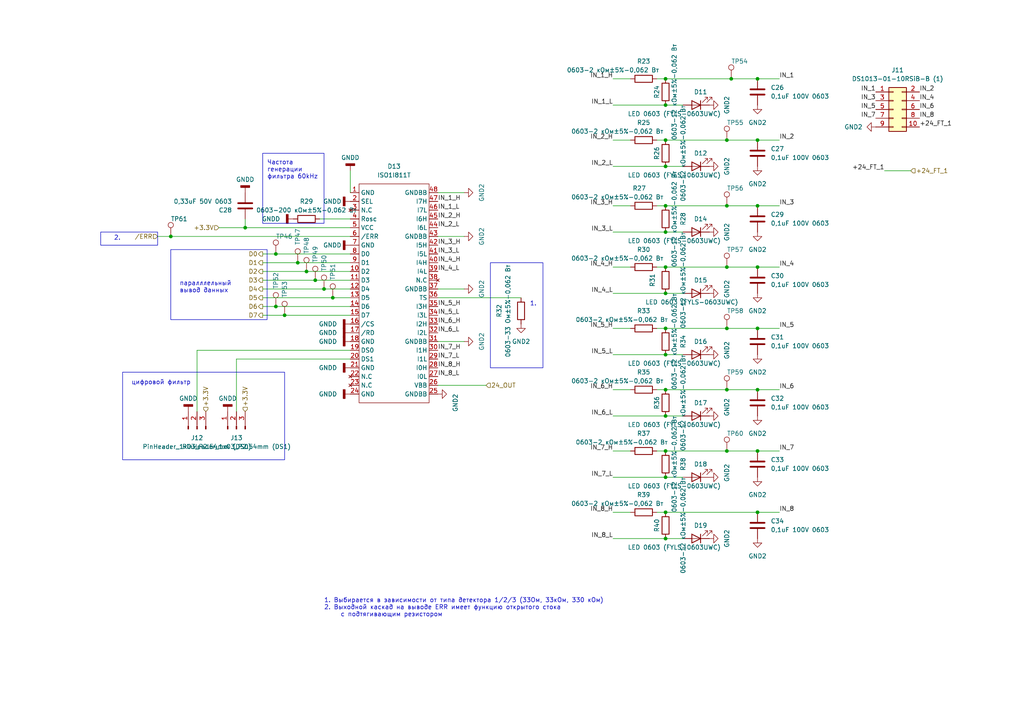
<source format=kicad_sch>
(kicad_sch (version 20231120) (generator "eeschema") (generator_version "8.0")
  (paper "A4")
  (lib_symbols
    (symbol "Connector:Conn_01x03_Pin" (pin_names (offset 1.016) hide)
      (property "Reference" "J" (at 0 5.08 0))
      (property "Value" "Conn_01x03_Pin" (at 0 -5.08 0))
      (symbol "Conn_01x03_Pin_1_1"
        (polyline (pts (xy 1.27 -2.54) (xy 0.8636 -2.54)) (stroke (width 0.1524)))
        (polyline (pts (xy 1.27 0) (xy 0.8636 0)) (stroke (width 0.1524)))
        (polyline (pts (xy 1.27 2.54) (xy 0.8636 2.54)) (stroke (width 0.1524)))
        (rectangle (start 0.8636 -2.413) (end 0 -2.667) (stroke (width 0.1524)) (fill (type outline)))
        (rectangle (start 0.8636 0.127) (end 0 -0.127) (stroke (width 0.1524)) (fill (type outline)))
        (rectangle (start 0.8636 2.667) (end 0 2.413) (stroke (width 0.1524)) (fill (type outline)))
        (pin passive line (at 5.08 2.54 180) (length 3.81) (name "Pin_1") (number "1"))
        (pin passive line (at 5.08 0 180) (length 3.81) (name "Pin_2") (number "2"))
        (pin passive line (at 5.08 -2.54 180) (length 3.81) (name "Pin_3") (number "3"))
      )
    )
    (symbol "Connector:TestPoint" (pin_numbers hide) (pin_names (offset 0.762) hide)
      (property "Reference" "TP" (at 0 6.858 0))
      (property "Value" "TestPoint" (at 0 5.08 0))
      (symbol "TestPoint_0_1"
        (circle (center 0 3.302) (radius 0.762))
      )
      (symbol "TestPoint_1_1"
        (pin passive line (at 0 0 90) (length 2.54) (name "1") (number "1"))
      )
    )
    (symbol "Connector_Generic:Conn_02x05_Odd_Even" (pin_names (offset 1.016) hide)
      (property "Reference" "J" (at 1.27 7.62 0))
      (property "Value" "Conn_02x05_Odd_Even" (at 1.27 -7.62 0))
      (symbol "Conn_02x05_Odd_Even_1_1"
        (rectangle (start -1.27 -4.953) (end 0 -5.207) (stroke (width 0.1524)))
        (rectangle (start -1.27 -2.413) (end 0 -2.667) (stroke (width 0.1524)))
        (rectangle (start -1.27 0.127) (end 0 -0.127) (stroke (width 0.1524)))
        (rectangle (start -1.27 2.667) (end 0 2.413) (stroke (width 0.1524)))
        (rectangle (start -1.27 5.207) (end 0 4.953) (stroke (width 0.1524)))
        (rectangle (start -1.27 6.35) (end 3.81 -6.35) (stroke (width 0.254)) (fill (type background)))
        (rectangle (start 3.81 -4.953) (end 2.54 -5.207) (stroke (width 0.1524)))
        (rectangle (start 3.81 -2.413) (end 2.54 -2.667) (stroke (width 0.1524)))
        (rectangle (start 3.81 0.127) (end 2.54 -0.127) (stroke (width 0.1524)))
        (rectangle (start 3.81 2.667) (end 2.54 2.413) (stroke (width 0.1524)))
        (rectangle (start 3.81 5.207) (end 2.54 4.953) (stroke (width 0.1524)))
        (pin passive line (at -5.08 5.08 0) (length 3.81) (name "Pin_1") (number "1"))
        (pin passive line (at 7.62 -5.08 180) (length 3.81) (name "Pin_10") (number "10"))
        (pin passive line (at 7.62 5.08 180) (length 3.81) (name "Pin_2") (number "2"))
        (pin passive line (at -5.08 2.54 0) (length 3.81) (name "Pin_3") (number "3"))
        (pin passive line (at 7.62 2.54 180) (length 3.81) (name "Pin_4") (number "4"))
        (pin passive line (at -5.08 0 0) (length 3.81) (name "Pin_5") (number "5"))
        (pin passive line (at 7.62 0 180) (length 3.81) (name "Pin_6") (number "6"))
        (pin passive line (at -5.08 -2.54 0) (length 3.81) (name "Pin_7") (number "7"))
        (pin passive line (at 7.62 -2.54 180) (length 3.81) (name "Pin_8") (number "8"))
        (pin passive line (at -5.08 -5.08 0) (length 3.81) (name "Pin_9") (number "9"))
      )
    )
    (symbol "Device:C" (pin_numbers hide) (pin_names (offset 0.254))
      (property "Reference" "C" (at 0.635 2.54 0))
      (property "Value" "C" (at 0.635 -2.54 0))
      (symbol "C_0_1"
        (polyline (pts (xy -2.032 -0.762) (xy 2.032 -0.762)) (stroke (width 0.508)))
        (polyline (pts (xy -2.032 0.762) (xy 2.032 0.762)) (stroke (width 0.508)))
      )
      (symbol "C_1_1"
        (pin passive line (at 0 3.81 270) (length 2.794) (name "~") (number "1"))
        (pin passive line (at 0 -3.81 90) (length 2.794) (name "~") (number "2"))
      )
    )
    (symbol "Device:LED" (pin_numbers hide) (pin_names (offset 1.016) hide)
      (property "Reference" "D" (at 0 2.54 0))
      (property "Value" "LED" (at 0 -2.54 0))
      (symbol "LED_0_1"
        (polyline (pts (xy -1.27 -1.27) (xy -1.27 1.27)) (stroke (width 0.254)))
        (polyline (pts (xy -1.27 0) (xy 1.27 0)))
        (polyline (pts (xy 1.27 -1.27) (xy 1.27 1.27) (xy -1.27 0) (xy 1.27 -1.27)) (stroke (width 0.254)))
        (polyline (pts (xy -3.048 -0.762) (xy -4.572 -2.286) (xy -3.81 -2.286) (xy -4.572 -2.286) (xy -4.572 -1.524)))
        (polyline (pts (xy -1.778 -0.762) (xy -3.302 -2.286) (xy -2.54 -2.286) (xy -3.302 -2.286) (xy -3.302 -1.524)))
      )
      (symbol "LED_1_1"
        (pin passive line (at -3.81 0 0) (length 2.54) (name "K") (number "1"))
        (pin passive line (at 3.81 0 180) (length 2.54) (name "A") (number "2"))
      )
    )
    (symbol "Device:R" (pin_numbers hide) (pin_names (offset 0))
      (property "Reference" "R" (at 2.032 0 90))
      (property "Value" "R" (at 0 0 90))
      (symbol "R_0_1"
        (rectangle (start -1.016 -2.54) (end 1.016 2.54) (stroke (width 0.254)))
      )
      (symbol "R_1_1"
        (pin passive line (at 0 3.81 270) (length 1.27) (name "~") (number "1"))
        (pin passive line (at 0 -3.81 90) (length 1.27) (name "~") (number "2"))
      )
    )
    (symbol "Isolator:ISO1I811T"
      (property "Reference" "D" (at -0.635 3.81 0))
      (property "Value" "ISO1I811T" (at 0 1.27 0))
      (symbol "ISO1I811T_0_1"
        (rectangle (start -10.16 0) (end 10.16 -63.5))
      )
      (symbol "ISO1I811T_1_1"
        (pin power_in line (at -12.7 -2.54 0) (length 2.54) (name "GND") (number "1"))
        (pin input line (at -12.7 -25.4 0) (length 2.54) (name "D2") (number "10"))
        (pin input line (at -12.7 -27.94 0) (length 2.54) (name "D3") (number "11"))
        (pin input line (at -12.7 -30.48 0) (length 2.54) (name "D4") (number "12"))
        (pin input line (at -12.7 -33.02 0) (length 2.54) (name "D5") (number "13"))
        (pin input line (at -12.7 -35.56 0) (length 2.54) (name "D6") (number "14"))
        (pin input line (at -12.7 -38.1 0) (length 2.54) (name "D7") (number "15"))
        (pin input line (at -12.7 -40.64 0) (length 2.54) (name "/CS") (number "16"))
        (pin input line (at -12.7 -43.18 0) (length 2.54) (name "/RD") (number "17"))
        (pin input line (at -12.7 -45.72 0) (length 2.54) (name "GND") (number "18"))
        (pin input line (at -12.7 -48.26 0) (length 2.54) (name "DS0") (number "19"))
        (pin input line (at -12.7 -5.08 0) (length 2.54) (name "SEL") (number "2"))
        (pin input line (at -12.7 -50.8 0) (length 2.54) (name "DS1") (number "20"))
        (pin input line (at -12.7 -53.34 0) (length 2.54) (name "GND") (number "21"))
        (pin no_connect line (at -12.7 -55.88 0) (length 2.54) (name "N.C") (number "22"))
        (pin no_connect line (at -12.7 -58.42 0) (length 2.54) (name "N.C") (number "23"))
        (pin input line (at -12.7 -60.96 0) (length 2.54) (name "GND") (number "24"))
        (pin input line (at 12.7 -60.96 180) (length 2.54) (name "GNDBB") (number "25"))
        (pin input line (at 12.7 -58.42 180) (length 2.54) (name "VBB") (number "26"))
        (pin input line (at 12.7 -55.88 180) (length 2.54) (name "I0L") (number "27"))
        (pin input line (at 12.7 -53.34 180) (length 2.54) (name "I0H") (number "28"))
        (pin input line (at 12.7 -50.8 180) (length 2.54) (name "I1L") (number "29"))
        (pin no_connect line (at -12.7 -7.62 0) (length 2.54) (name "N.C") (number "3"))
        (pin input line (at 12.7 -48.26 180) (length 2.54) (name "I1H") (number "30"))
        (pin input line (at 12.7 -45.72 180) (length 2.54) (name "GNDBB") (number "31"))
        (pin input line (at 12.7 -43.18 180) (length 2.54) (name "I2L") (number "32"))
        (pin input line (at 12.7 -40.64 180) (length 2.54) (name "I2H") (number "33"))
        (pin input line (at 12.7 -38.1 180) (length 2.54) (name "I3L") (number "34"))
        (pin input line (at 12.7 -35.56 180) (length 2.54) (name "I3H") (number "35"))
        (pin input line (at 12.7 -33.02 180) (length 2.54) (name "TS") (number "36"))
        (pin input line (at 12.7 -30.48 180) (length 2.54) (name "GNDBB") (number "37"))
        (pin no_connect line (at 12.7 -27.94 180) (length 2.54) (name "N.C") (number "38"))
        (pin input line (at 12.7 -25.4 180) (length 2.54) (name "I4L") (number "39"))
        (pin input line (at -12.7 -10.16 0) (length 2.54) (name "Rosc") (number "4"))
        (pin input line (at 12.7 -22.86 180) (length 2.54) (name "I4H") (number "40"))
        (pin input line (at 12.7 -20.32 180) (length 2.54) (name "I5L") (number "41"))
        (pin input line (at 12.7 -17.78 180) (length 2.54) (name "I5H") (number "42"))
        (pin input line (at 12.7 -15.24 180) (length 2.54) (name "GNDBB") (number "43"))
        (pin input line (at 12.7 -12.7 180) (length 2.54) (name "I6L") (number "44"))
        (pin input line (at 12.7 -10.16 180) (length 2.54) (name "I6H") (number "45"))
        (pin input line (at 12.7 -7.62 180) (length 2.54) (name "I7L") (number "46"))
        (pin input line (at 12.7 -5.08 180) (length 2.54) (name "I7H") (number "47"))
        (pin input line (at 12.7 -2.54 180) (length 2.54) (name "GNDBB") (number "48"))
        (pin input line (at -12.7 -12.7 0) (length 2.54) (name "VCC") (number "5"))
        (pin input line (at -12.7 -15.24 0) (length 2.54) (name "/ERR") (number "6"))
        (pin input line (at -12.7 -17.78 0) (length 2.54) (name "GND") (number "7"))
        (pin input line (at -12.7 -20.32 0) (length 2.54) (name "D0") (number "8"))
        (pin input line (at -12.7 -22.86 0) (length 2.54) (name "D1") (number "9"))
      )
    )
    (symbol "power:GND2" (power) (pin_numbers hide) (pin_names (offset 0) hide)
      (property "Value" "GND2" (at 0 -3.81 0))
      (symbol "GND2_0_1"
        (polyline (pts (xy 0 0) (xy 0 -1.27) (xy 1.27 -1.27) (xy 0 -2.54) (xy -1.27 -1.27) (xy 0 -1.27)))
      )
      (symbol "GND2_1_1"
        (pin power_in line (at 0 0 270) (length 0) hide (name "GND2") (number "1"))
      )
    )
    (symbol "power:GNDD" (power) (pin_numbers hide) (pin_names (offset 0) hide)
      (property "Value" "GNDD" (at 0 -3.175 0))
      (symbol "GNDD_0_1"
        (rectangle (start -1.27 -1.524) (end 1.27 -2.032) (stroke (width 0.254)) (fill (type outline)))
        (polyline (pts (xy 0 0) (xy 0 -1.524)))
      )
      (symbol "GNDD_1_1"
        (pin power_in line (at 0 0 270) (length 0) hide (name "GNDD") (number "1"))
      )
    )
  )
  (junction (at 219.71 95.25))
  (junction (at 210.82 130.81))
  (junction (at 193.04 30.48))
  (junction (at 219.71 130.81))
  (junction (at 210.82 95.25))
  (junction (at 193.04 48.26))
  (junction (at 86.36 76.2))
  (junction (at 193.04 148.59))
  (junction (at 212.09 22.86))
  (junction (at 219.71 40.64))
  (junction (at 193.04 95.25))
  (junction (at 219.71 113.03))
  (junction (at 71.12 66.04))
  (junction (at 193.04 67.31))
  (junction (at 80.01 73.66))
  (junction (at 193.04 156.21))
  (junction (at 88.9 78.74))
  (junction (at 193.04 120.65))
  (junction (at 193.04 40.64))
  (junction (at 193.04 85.09))
  (junction (at 80.01 88.9))
  (junction (at 210.82 77.47))
  (junction (at 210.82 40.64))
  (junction (at 93.98 83.82))
  (junction (at 193.04 77.47))
  (junction (at 49.53 68.58))
  (junction (at 193.04 22.86))
  (junction (at 219.71 22.86))
  (junction (at 91.44 81.28))
  (junction (at 219.71 148.59))
  (junction (at 193.04 130.81))
  (junction (at 193.04 59.69))
  (junction (at 193.04 138.43))
  (junction (at 193.04 113.03))
  (junction (at 219.71 59.69))
  (junction (at 210.82 113.03))
  (junction (at 210.82 59.69))
  (junction (at 82.55 91.44))
  (junction (at 193.04 102.87))
  (junction (at 96.52 86.36))
  (junction (at 219.71 77.47))
  (wire (pts (xy 193.04 95.25) (xy 210.82 95.25)))
  (wire (pts (xy 193.04 138.43) (xy 198.12 138.43)))
  (wire (pts (xy 76.2 88.9) (xy 80.01 88.9)))
  (wire (pts (xy 177.8 77.47) (xy 182.88 77.47)))
  (wire (pts (xy 210.82 130.81) (xy 219.71 130.81)))
  (wire (pts (xy 80.01 73.66) (xy 101.6 73.66)))
  (wire (pts (xy 193.04 59.69) (xy 210.82 59.69)))
  (wire (pts (xy 134.62 68.58) (xy 127 68.58)))
  (wire (pts (xy 177.8 156.21) (xy 193.04 156.21)))
  (wire (pts (xy 190.5 77.47) (xy 193.04 77.47)))
  (wire (pts (xy 63.5 66.04) (xy 71.12 66.04)))
  (wire (pts (xy 101.6 49.53) (xy 101.6 55.88)))
  (wire (pts (xy 76.2 86.36) (xy 96.52 86.36)))
  (wire (pts (xy 76.2 81.28) (xy 91.44 81.28)))
  (wire (pts (xy 193.04 130.81) (xy 210.82 130.81)))
  (wire (pts (xy 127 111.76) (xy 140.97 111.76)))
  (wire (pts (xy 190.5 59.69) (xy 193.04 59.69)))
  (wire (pts (xy 193.04 48.26) (xy 198.12 48.26)))
  (wire (pts (xy 210.82 77.47) (xy 219.71 77.47)))
  (wire (pts (xy 219.71 130.81) (xy 226.06 130.81)))
  (wire (pts (xy 193.04 85.09) (xy 198.12 85.09)))
  (wire (pts (xy 219.71 148.59) (xy 226.06 148.59)))
  (wire (pts (xy 219.71 22.86) (xy 226.06 22.86)))
  (wire (pts (xy 193.04 156.21) (xy 198.12 156.21)))
  (wire (pts (xy 256.54 49.53) (xy 264.16 49.53)))
  (wire (pts (xy 190.5 95.25) (xy 193.04 95.25)))
  (wire (pts (xy 82.55 91.44) (xy 101.6 91.44)))
  (wire (pts (xy 92.71 63.5) (xy 101.6 63.5)))
  (wire (pts (xy 177.8 130.81) (xy 182.88 130.81)))
  (wire (pts (xy 134.62 55.88) (xy 127 55.88)))
  (wire (pts (xy 190.5 22.86) (xy 193.04 22.86)))
  (wire (pts (xy 219.71 113.03) (xy 226.06 113.03)))
  (wire (pts (xy 177.8 85.09) (xy 193.04 85.09)))
  (wire (pts (xy 177.8 67.31) (xy 193.04 67.31)))
  (wire (pts (xy 193.04 113.03) (xy 210.82 113.03)))
  (wire (pts (xy 177.8 40.64) (xy 182.88 40.64)))
  (wire (pts (xy 177.8 95.25) (xy 182.88 95.25)))
  (wire (pts (xy 190.5 148.59) (xy 193.04 148.59)))
  (wire (pts (xy 134.62 83.82) (xy 127 83.82)))
  (wire (pts (xy 190.5 113.03) (xy 193.04 113.03)))
  (wire (pts (xy 57.15 101.6) (xy 101.6 101.6)))
  (wire (pts (xy 210.82 59.69) (xy 219.71 59.69)))
  (wire (pts (xy 68.58 119.38) (xy 68.58 104.14)))
  (wire (pts (xy 210.82 113.03) (xy 219.71 113.03)))
  (wire (pts (xy 91.44 81.28) (xy 101.6 81.28)))
  (wire (pts (xy 45.72 68.58) (xy 49.53 68.58)))
  (wire (pts (xy 193.04 30.48) (xy 198.12 30.48)))
  (wire (pts (xy 71.12 63.5) (xy 71.12 66.04)))
  (wire (pts (xy 76.2 83.82) (xy 93.98 83.82)))
  (wire (pts (xy 177.8 48.26) (xy 193.04 48.26)))
  (wire (pts (xy 177.8 59.69) (xy 182.88 59.69)))
  (wire (pts (xy 193.04 77.47) (xy 210.82 77.47)))
  (wire (pts (xy 177.8 148.59) (xy 182.88 148.59)))
  (wire (pts (xy 177.8 138.43) (xy 193.04 138.43)))
  (wire (pts (xy 76.2 91.44) (xy 82.55 91.44)))
  (wire (pts (xy 57.15 101.6) (xy 57.15 119.38)))
  (wire (pts (xy 190.5 40.64) (xy 193.04 40.64)))
  (wire (pts (xy 80.01 88.9) (xy 101.6 88.9)))
  (wire (pts (xy 219.71 59.69) (xy 226.06 59.69)))
  (wire (pts (xy 193.04 22.86) (xy 212.09 22.86)))
  (wire (pts (xy 193.04 120.65) (xy 198.12 120.65)))
  (wire (pts (xy 190.5 130.81) (xy 193.04 130.81)))
  (wire (pts (xy 68.58 104.14) (xy 101.6 104.14)))
  (wire (pts (xy 219.71 95.25) (xy 226.06 95.25)))
  (wire (pts (xy 193.04 148.59) (xy 219.71 148.59)))
  (wire (pts (xy 49.53 68.58) (xy 101.6 68.58)))
  (wire (pts (xy 177.8 22.86) (xy 182.88 22.86)))
  (wire (pts (xy 177.8 102.87) (xy 193.04 102.87)))
  (wire (pts (xy 134.62 99.06) (xy 127 99.06)))
  (wire (pts (xy 88.9 78.74) (xy 101.6 78.74)))
  (wire (pts (xy 127 86.36) (xy 151.13 86.36)))
  (wire (pts (xy 76.2 78.74) (xy 88.9 78.74)))
  (wire (pts (xy 193.04 40.64) (xy 210.82 40.64)))
  (wire (pts (xy 210.82 40.64) (xy 219.71 40.64)))
  (wire (pts (xy 219.71 40.64) (xy 226.06 40.64)))
  (wire (pts (xy 86.36 76.2) (xy 101.6 76.2)))
  (wire (pts (xy 76.2 73.66) (xy 80.01 73.66)))
  (wire (pts (xy 193.04 102.87) (xy 198.12 102.87)))
  (wire (pts (xy 177.8 30.48) (xy 193.04 30.48)))
  (wire (pts (xy 219.71 77.47) (xy 226.06 77.47)))
  (wire (pts (xy 71.12 66.04) (xy 101.6 66.04)))
  (wire (pts (xy 193.04 67.31) (xy 198.12 67.31)))
  (wire (pts (xy 93.98 83.82) (xy 101.6 83.82)))
  (wire (pts (xy 96.52 86.36) (xy 101.6 86.36)))
  (wire (pts (xy 76.2 76.2) (xy 86.36 76.2)))
  (wire (pts (xy 212.09 22.86) (xy 219.71 22.86)))
  (wire (pts (xy 210.82 95.25) (xy 219.71 95.25)))
  (wire (pts (xy 177.8 113.03) (xy 182.88 113.03)))
  (wire (pts (xy 177.8 120.65) (xy 193.04 120.65)))
  (rectangle (start 76.2 44.45) (end 93.98 64.77))
  (rectangle (start 49.53 72.39) (end 77.47 92.71))
  (rectangle (start 29.21 67.31) (end 45.72 71.12))
  (rectangle (start 142.24 76.2) (end 157.48 106.68))
  (rectangle (start 35.56 107.95) (end 82.55 133.35))
  (text "1. Выбирается в зависимости от типа детектора 1/2/3 (33Ом, 33кОм, 330 кОм)\n2. Выходной каскад на выводе ERR имеет функцию открытого стока \n	с подтягивающим резистором" (at 93.98 179.07 0) (effects (font (size 1.27 1.27)) (justify left bottom)))
  (text "2." (at 33.02 69.85 0) (effects (font (size 1.27 1.27)) (justify left bottom)))
  (text "1." (at 153.67 88.9 0) (effects (font (size 1.27 1.27)) (justify left bottom)))
  (text "паралллельный \nвывод данных" (at 52.07 85.09 0) (effects (font (size 1.27 1.27)) (justify left bottom)))
  (text "цифровой фильтр" (at 38.1 111.76 0) (effects (font (size 1.27 1.27)) (justify left bottom)))
  (text "Частота\nгенерации\nфильтра 60kHz" (at 77.47 52.07 0) (effects (font (size 1.27 1.27)) (justify left bottom)))
  (label "IN_4" (at 226.06 77.47 0))
  (label "IN_2_H" (at 177.8 40.64 180))
  (label "IN_5" (at 254 31.75 180))
  (label "IN_3" (at 226.06 59.69 0))
  (label "IN_6" (at 266.7 31.75 0))
  (label "IN_2_L" (at 127 66.04 0))
  (label "IN_8_L" (at 177.8 156.21 180))
  (label "IN_6_H" (at 177.8 113.03 180))
  (label "+24_FT_1" (at 256.54 49.53 180))
  (label "IN_1_H" (at 127 58.42 0))
  (label "IN_8" (at 226.06 148.59 0))
  (label "+24_FT_1" (at 266.7 36.83 0))
  (label "IN_8_L" (at 127 109.22 0))
  (label "IN_2_H" (at 127 63.5 0))
  (label "IN_4_L" (at 177.8 85.09 180))
  (label "IN_1_L" (at 177.8 30.48 180))
  (label "IN_7" (at 226.06 130.81 0))
  (label "IN_4_L" (at 127 78.74 0))
  (label "IN_8" (at 266.7 34.29 0))
  (label "IN_6_L" (at 177.8 120.65 180))
  (label "IN_6_L" (at 127 96.52 0))
  (label "IN_5_L" (at 177.8 102.87 180))
  (label "IN_3_L" (at 177.8 67.31 180))
  (label "IN_8_H" (at 177.8 148.59 180))
  (label "IN_3" (at 254 29.21 180))
  (label "IN_7_H" (at 127 101.6 0))
  (label "IN_6" (at 226.06 113.03 0))
  (label "IN_1" (at 254 26.67 180))
  (label "IN_2" (at 226.06 40.64 0))
  (label "IN_1" (at 226.06 22.86 0))
  (label "IN_7_H" (at 177.8 130.81 180))
  (label "IN_5_H" (at 177.8 95.25 180))
  (label "IN_4_H" (at 177.8 77.47 180))
  (label "IN_7_L" (at 127 104.14 0))
  (label "IN_3_L" (at 127 73.66 0))
  (label "IN_5" (at 226.06 95.25 0))
  (label "IN_7_L" (at 177.8 138.43 180))
  (label "IN_3_H" (at 177.8 59.69 180))
  (label "IN_5_H" (at 127 88.9 0))
  (label "IN_4" (at 266.7 29.21 0))
  (label "IN_5_L" (at 127 91.44 0))
  (label "IN_6_H" (at 127 93.98 0))
  (label "IN_1_L" (at 127 60.96 0))
  (label "IN_4_H" (at 127 76.2 0))
  (label "IN_2" (at 266.7 26.67 0))
  (label "IN_2_L" (at 177.8 48.26 180))
  (label "IN_3_H" (at 127 71.12 0))
  (label "IN_1_H" (at 177.8 22.86 180))
  (label "IN_7" (at 254 34.29 180))
  (label "IN_8_H" (at 127 106.68 0))
  (hierarchical_label "+3.3V" (shape input) (at 59.69 119.38 90))
  (hierarchical_label "D4" (shape output) (at 76.2 83.82 180))
  (hierarchical_label "D7" (shape output) (at 76.2 91.44 180))
  (hierarchical_label "D0" (shape output) (at 76.2 73.66 180))
  (hierarchical_label "D6" (shape output) (at 76.2 88.9 180))
  (hierarchical_label "+3.3V" (shape input) (at 63.5 66.04 180))
  (hierarchical_label "D5" (shape output) (at 76.2 86.36 180))
  (hierarchical_label "24_OUT" (shape input) (at 140.97 111.76 0))
  (hierarchical_label "+24_FT_1" (shape input) (at 264.16 49.53 0))
  (hierarchical_label "D2" (shape output) (at 76.2 78.74 180))
  (hierarchical_label "+3.3V" (shape input) (at 71.12 119.38 90))
  (hierarchical_label "{slash}ERR" (shape input) (at 45.72 68.58 180))
  (hierarchical_label "D1" (shape output) (at 76.2 76.2 180))
  (hierarchical_label "D3" (shape output) (at 76.2 81.28 180))
  (symbol (lib_id "power:GND2") (at 134.62 83.82 90) (mirror x) (unit 1)
    (property "Reference" "#PWR0105" (effects (hide yes)))
    (property "Value" "GND2" (at 139.7 83.82 0))
  )
  (symbol (lib_id "Device:R") (at 193.04 81.28 0) (unit 1)
    (property "Reference" "R31" (at 189.23 81.28 90))
    (property "Value" "0603-12 кОм±5%-0,062 Вт" (at 198.12 81.28 90))
    (property "Footprint" "Resistor_SMD:R_0603_1608Metric" (effects (hide yes)))
  )
  (symbol (lib_id "Device:R") (at 193.04 44.45 0) (unit 1)
    (property "Reference" "R26" (at 190.5 44.45 90))
    (property "Value" "0603-12 кОм±5%-0,062 Вт" (at 198.12 44.45 90))
    (property "Footprint" "Resistor_SMD:R_0603_1608Metric" (effects (hide yes)))
  )
  (symbol (lib_id "Device:C") (at 219.71 116.84 0) (unit 1)
    (property "Reference" "C32" (at 223.52 115.57 0) (effects (justify left)))
    (property "Value" "0,1uF 100V 0603" (at 223.52 118.11 0) (effects (justify left)))
    (property "Footprint" "Capacitor_SMD:C_0603_1608Metric" (effects (hide yes)))
  )
  (symbol (lib_id "power:GND2") (at 134.62 68.58 90) (mirror x) (unit 1)
    (property "Reference" "#PWR0103" (effects (hide yes)))
    (property "Value" "GND2" (at 139.7 68.58 0))
  )
  (symbol (lib_id "Device:LED") (at 201.93 85.09 180) (unit 1)
    (property "Reference" "D15" (at 203.2 81.28 0))
    (property "Value" "LED 0603 (FYLS-0603UWC)" (at 200.66 87.63 0))
    (property "Footprint" "LED_SMD:LED_0603_1608Metric_Pad1.05x0.95mm_HandSolder" (effects (hide yes)))
  )
  (symbol (lib_id "Device:R") (at 186.69 22.86 90) (unit 1)
    (property "Reference" "R23" (at 186.69 17.78 90))
    (property "Value" "0603-2 кОм±5%-0,062 Вт" (at 177.8 20.32 90))
    (property "Footprint" "Resistor_SMD:R_0603_1608Metric" (effects (hide yes)))
  )
  (symbol (lib_id "power:GND2") (at 205.74 30.48 90) (mirror x) (unit 1)
    (property "Reference" "#PWR090" (effects (hide yes)))
    (property "Value" "GND2" (at 210.82 30.48 0))
  )
  (symbol (lib_id "power:GND2") (at 219.71 138.43 0) (unit 1)
    (property "Reference" "#PWR0121" (effects (hide yes)))
    (property "Value" "GND2" (at 219.71 143.51 0))
  )
  (symbol (lib_id "Device:C") (at 219.71 134.62 0) (unit 1)
    (property "Reference" "C33" (at 223.52 133.35 0) (effects (justify left)))
    (property "Value" "0,1uF 100V 0603" (at 223.52 135.89 0) (effects (justify left)))
    (property "Footprint" "Capacitor_SMD:C_0603_1608Metric" (effects (hide yes)))
  )
  (symbol (lib_id "Device:C") (at 219.71 63.5 0) (unit 1)
    (property "Reference" "C29" (at 223.52 62.23 0) (effects (justify left)))
    (property "Value" "0,1uF 100V 0603" (at 223.52 64.77 0) (effects (justify left)))
    (property "Footprint" "Capacitor_SMD:C_0603_1608Metric" (effects (hide yes)))
  )
  (symbol (lib_id "Device:R") (at 186.69 113.03 90) (unit 1)
    (property "Reference" "R35" (at 186.69 107.95 90))
    (property "Value" "0603-2 кОм±5%-0,062 Вт" (at 179.07 110.49 90))
    (property "Footprint" "Resistor_SMD:R_0603_1608Metric" (effects (hide yes)))
  )
  (symbol (lib_id "Connector:TestPoint") (at 212.09 22.86 0) (unit 1) (in_bom no)
    (property "Reference" "TP54" (at 212.09 17.78 0) (effects (justify left)))
    (property "Footprint" "PCM_4ms_TestPoint:TestPoint_D1" (effects (hide yes)))
  )
  (symbol (lib_id "power:GND2") (at 219.71 120.65 0) (unit 1)
    (property "Reference" "#PWR0119" (effects (hide yes)))
    (property "Value" "GND2" (at 219.71 125.73 0))
  )
  (symbol (lib_id "Device:R") (at 88.9 63.5 90) (unit 1)
    (property "Reference" "R29" (at 88.9 58.42 90))
    (property "Value" "0603-200 кОм±5%-0,062 Вт" (at 88.9 60.96 90))
    (property "Footprint" "Resistor_SMD:R_0603_1608Metric" (effects (hide yes)))
  )
  (symbol (lib_id "Connector:TestPoint") (at 80.01 88.9 0) (unit 1) (in_bom no)
    (property "Reference" "TP52" (at 80.01 83.82 90) (effects (justify left)))
    (property "Footprint" "PCM_4ms_TestPoint:TestPoint_D1" (effects (hide yes)))
  )
  (symbol (lib_id "Connector:TestPoint") (at 210.82 95.25 0) (unit 1) (in_bom no)
    (property "Reference" "TP58" (at 210.82 90.17 0) (effects (justify left)))
    (property "Footprint" "PCM_4ms_TestPoint:TestPoint_D1" (effects (hide yes)))
  )
  (symbol (lib_id "Device:R") (at 193.04 116.84 0) (unit 1)
    (property "Reference" "R36" (at 190.5 116.84 90))
    (property "Value" "0603-12 кОм±5%-0,062 Вт" (at 198.12 116.84 90))
    (property "Footprint" "Resistor_SMD:R_0603_1608Metric" (effects (hide yes)))
  )
  (symbol (lib_id "power:GNDD") (at 101.6 71.12 270) (unit 1)
    (property "Reference" "#PWR0104" (effects (hide yes)))
    (property "Value" "GNDD" (at 99.06 71.12 90) (effects (justify right)))
  )
  (symbol (lib_id "Device:R") (at 193.04 152.4 0) (unit 1)
    (property "Reference" "R40" (at 190.5 152.4 90))
    (property "Value" "0603-12 кОм±5%-0,062 Вт" (at 198.12 152.4 90))
    (property "Footprint" "Resistor_SMD:R_0603_1608Metric" (effects (hide yes)))
  )
  (symbol (lib_id "Device:LED") (at 201.93 48.26 180) (unit 1)
    (property "Reference" "D12" (at 203.2 44.45 0))
    (property "Value" "LED 0603 (FYLS-0603UWC)" (at 195.58 50.8 0))
    (property "Footprint" "LED_SMD:LED_0603_1608Metric_Pad1.05x0.95mm_HandSolder" (effects (hide yes)))
  )
  (symbol (lib_id "Device:R") (at 186.69 59.69 90) (unit 1)
    (property "Reference" "R27" (at 185.42 54.61 90))
    (property "Value" "0603-2 кОм±5%-0,062 Вт" (at 179.07 57.15 90))
    (property "Footprint" "Resistor_SMD:R_0603_1608Metric" (effects (hide yes)))
  )
  (symbol (lib_id "power:GND2") (at 219.71 85.09 0) (unit 1)
    (property "Reference" "#PWR0107" (effects (hide yes)))
    (property "Value" "GND2" (at 219.71 90.17 0))
  )
  (symbol (lib_id "Connector_Generic:Conn_02x05_Odd_Even") (at 259.08 31.75 0) (unit 1)
    (property "Reference" "J11" (at 260.35 20.32 0))
    (property "Value" "DS1013-01-10RSiB-B (1)" (at 260.35 22.86 0))
    (property "Footprint" "Connector_IDC:IDC-Header_2x05_P2.54mm_Horizontal" (effects (hide yes)))
  )
  (symbol (lib_id "power:GNDD") (at 54.61 119.38 180) (unit 1)
    (property "Reference" "#PWR0130" (effects (hide yes)))
    (property "Value" "GNDD" (at 54.61 115.57 0))
  )
  (symbol (lib_id "Device:C") (at 219.71 99.06 0) (unit 1)
    (property "Reference" "C31" (at 223.52 97.79 0) (effects (justify left)))
    (property "Value" "0,1uF 100V 0603" (at 223.52 100.33 0) (effects (justify left)))
    (property "Footprint" "Capacitor_SMD:C_0603_1608Metric" (effects (hide yes)))
  )
  (symbol (lib_id "power:GND2") (at 205.74 67.31 90) (mirror x) (unit 1)
    (property "Reference" "#PWR0101" (effects (hide yes)))
    (property "Value" "GND2" (at 210.82 67.31 0))
  )
  (symbol (lib_id "power:GND2") (at 219.71 156.21 0) (unit 1)
    (property "Reference" "#PWR0123" (effects (hide yes)))
    (property "Value" "GND2" (at 219.71 161.29 0))
  )
  (symbol (lib_id "power:GND2") (at 219.71 30.48 0) (unit 1)
    (property "Reference" "#PWR091" (effects (hide yes)))
    (property "Value" "GND2" (at 219.71 35.56 0))
  )
  (symbol (lib_id "power:GND2") (at 205.74 138.43 90) (mirror x) (unit 1)
    (property "Reference" "#PWR0120" (effects (hide yes)))
    (property "Value" "GND2" (at 210.82 137.16 0))
  )
  (symbol (lib_id "Connector:TestPoint") (at 210.82 130.81 0) (unit 1) (in_bom no)
    (property "Reference" "TP60" (at 210.82 125.73 0) (effects (justify left)))
    (property "Footprint" "PCM_4ms_TestPoint:TestPoint_D1" (effects (hide yes)))
  )
  (symbol (lib_id "power:GND2") (at 205.74 120.65 90) (mirror x) (unit 1)
    (property "Reference" "#PWR0118" (effects (hide yes)))
    (property "Value" "GND2" (at 210.82 118.11 0))
  )
  (symbol (lib_id "Device:LED") (at 201.93 138.43 180) (unit 1)
    (property "Reference" "D18" (at 203.2 134.62 0))
    (property "Value" "LED 0603 (FYLS-0603UWC)" (at 195.58 140.97 0))
    (property "Footprint" "LED_SMD:LED_0603_1608Metric_Pad1.05x0.95mm_HandSolder" (effects (hide yes)))
  )
  (symbol (lib_id "power:GND2") (at 254 36.83 270) (unit 1)
    (property "Reference" "#PWR092" (effects (hide yes)))
    (property "Value" "GND2" (at 250.19 36.83 90) (effects (justify right)))
  )
  (symbol (lib_id "Connector:TestPoint") (at 80.01 73.66 0) (unit 1) (in_bom no)
    (property "Reference" "TP46" (at 80.01 68.58 0) (effects (justify left)))
    (property "Footprint" "PCM_4ms_TestPoint:TestPoint_D1" (effects (hide yes)))
  )
  (symbol (lib_id "power:GNDD") (at 101.6 114.3 270) (unit 1)
    (property "Reference" "#PWR0116" (effects (hide yes)))
    (property "Value" "GNDD" (at 97.79 114.3 90) (effects (justify right)))
  )
  (symbol (lib_id "power:GNDD") (at 101.6 96.52 270) (unit 1)
    (property "Reference" "#PWR0110" (effects (hide yes)))
    (property "Value" "GNDD" (at 97.79 96.52 90) (effects (justify right)))
  )
  (symbol (lib_id "Device:C") (at 219.71 152.4 0) (unit 1)
    (property "Reference" "C34" (at 223.52 151.13 0) (effects (justify left)))
    (property "Value" "0,1uF 100V 0603" (at 223.52 153.67 0) (effects (justify left)))
    (property "Footprint" "Capacitor_SMD:C_0603_1608Metric" (effects (hide yes)))
  )
  (symbol (lib_id "power:GNDD") (at 101.6 93.98 270) (unit 1)
    (property "Reference" "#PWR0108" (effects (hide yes)))
    (property "Value" "GNDD" (at 97.79 93.98 90) (effects (justify right)))
  )
  (symbol (lib_id "Connector:TestPoint") (at 96.52 86.36 0) (unit 1) (in_bom no)
    (property "Reference" "TP51" (at 96.52 81.28 90) (effects (justify left)))
    (property "Footprint" "PCM_4ms_TestPoint:TestPoint_D1" (effects (hide yes)))
  )
  (symbol (lib_id "Connector:TestPoint") (at 93.98 83.82 0) (unit 1) (in_bom no)
    (property "Reference" "TP50" (at 93.98 78.74 90) (effects (justify left)))
    (property "Footprint" "PCM_4ms_TestPoint:TestPoint_D1" (effects (hide yes)))
  )
  (symbol (lib_id "power:GND2") (at 205.74 85.09 90) (mirror x) (unit 1)
    (property "Reference" "#PWR0106" (effects (hide yes)))
    (property "Value" "GND2" (at 210.82 83.82 0))
  )
  (symbol (lib_id "Connector:TestPoint") (at 82.55 91.44 0) (unit 1) (in_bom no)
    (property "Reference" "TP53" (at 82.55 86.36 90) (effects (justify left)))
    (property "Footprint" "PCM_4ms_TestPoint:TestPoint_D1" (effects (hide yes)))
  )
  (symbol (lib_id "Connector:TestPoint") (at 210.82 59.69 0) (unit 1) (in_bom no)
    (property "Reference" "TP56" (at 210.82 54.61 0) (effects (justify left)))
    (property "Footprint" "PCM_4ms_TestPoint:TestPoint_D1" (effects (hide yes)))
  )
  (symbol (lib_id "Connector:TestPoint") (at 49.53 68.58 0) (unit 1) (in_bom no)
    (property "Reference" "TP61" (at 49.53 63.5 0) (effects (justify left)))
    (property "Footprint" "PCM_4ms_TestPoint:TestPoint_D1" (effects (hide yes)))
  )
  (symbol (lib_id "power:GND2") (at 134.62 99.06 90) (mirror x) (unit 1)
    (property "Reference" "#PWR0112" (effects (hide yes)))
    (property "Value" "GND2" (at 139.7 99.06 0))
  )
  (symbol (lib_id "Device:R") (at 186.69 77.47 90) (unit 1)
    (property "Reference" "R30" (at 186.69 72.39 90))
    (property "Value" "0603-2 кОм±5%-0,062 Вт" (at 179.07 74.93 90))
    (property "Footprint" "Resistor_SMD:R_0603_1608Metric" (effects (hide yes)))
  )
  (symbol (lib_id "power:GNDD") (at 71.12 55.88 180) (unit 1)
    (property "Reference" "#PWR096" (effects (hide yes)))
    (property "Value" "GNDD" (at 71.12 52.07 0))
  )
  (symbol (lib_id "power:GND2") (at 205.74 102.87 90) (mirror x) (unit 1)
    (property "Reference" "#PWR0113" (effects (hide yes)))
    (property "Value" "GND2" (at 210.82 101.6 0))
  )
  (symbol (lib_id "Device:R") (at 186.69 130.81 90) (unit 1)
    (property "Reference" "R37" (at 186.69 125.73 90))
    (property "Value" "0603-2 кОм±5%-0,062 Вт" (at 180.34 128.27 90))
    (property "Footprint" "Resistor_SMD:R_0603_1608Metric" (effects (hide yes)))
  )
  (symbol (lib_id "Device:LED") (at 201.93 102.87 180) (unit 1)
    (property "Reference" "D16" (at 203.2 99.06 0))
    (property "Value" "LED 0603 (FYLS-0603UWC)" (at 195.58 105.41 0))
    (property "Footprint" "LED_SMD:LED_0603_1608Metric_Pad1.05x0.95mm_HandSolder" (effects (hide yes)))
  )
  (symbol (lib_id "power:GND2") (at 205.74 156.21 90) (mirror x) (unit 1)
    (property "Reference" "#PWR0122" (effects (hide yes)))
    (property "Value" "GND2" (at 210.82 156.21 0))
  )
  (symbol (lib_id "Connector:TestPoint") (at 210.82 40.64 0) (unit 1) (in_bom no)
    (property "Reference" "TP55" (at 210.82 35.56 0) (effects (justify left)))
    (property "Footprint" "PCM_4ms_TestPoint:TestPoint_D1" (effects (hide yes)))
  )
  (symbol (lib_id "Device:R") (at 186.69 40.64 90) (unit 1)
    (property "Reference" "R25" (at 186.69 35.56 90))
    (property "Value" "0603-2 кОм±5%-0,062 Вт" (at 179.07 38.1 90))
    (property "Footprint" "Resistor_SMD:R_0603_1608Metric" (effects (hide yes)))
  )
  (symbol (lib_id "Device:R") (at 193.04 26.67 0) (unit 1)
    (property "Reference" "R24" (at 190.5 26.67 90))
    (property "Value" "0603-12 кОм±5%-0,062 Вт" (at 195.58 26.67 90))
    (property "Footprint" "Resistor_SMD:R_0603_1608Metric" (effects (hide yes)))
  )
  (symbol (lib_id "Device:R") (at 193.04 99.06 0) (unit 1)
    (property "Reference" "R34" (at 198.12 99.06 90))
    (property "Value" "0603-12 кОм±5%-0,062 Вт" (at 195.58 99.06 90))
    (property "Footprint" "Resistor_SMD:R_0603_1608Metric" (effects (hide yes)))
  )
  (symbol (lib_id "Connector:TestPoint") (at 88.9 78.74 0) (unit 1) (in_bom no)
    (property "Reference" "TP48" (at 88.9 73.66 90) (effects (justify left)))
    (property "Footprint" "PCM_4ms_TestPoint:TestPoint_D1" (effects (hide yes)))
  )
  (symbol (lib_id "power:GND2") (at 219.71 48.26 0) (unit 1)
    (property "Reference" "#PWR094" (effects (hide yes)))
    (property "Value" "GND2" (at 219.71 53.34 0))
  )
  (symbol (lib_id "power:GNDD") (at 101.6 49.53 180) (unit 1)
    (property "Reference" "#PWR095" (effects (hide yes)))
    (property "Value" "GNDD" (at 101.6 45.72 0))
  )
  (symbol (lib_id "power:GND2") (at 151.13 93.98 0) (unit 1)
    (property "Reference" "#PWR0109" (effects (hide yes)))
    (property "Value" "GND2" (at 151.13 99.06 0))
  )
  (symbol (lib_id "power:GNDD") (at 101.6 58.42 270) (unit 1)
    (property "Reference" "#PWR098" (effects (hide yes)))
    (property "Value" "GNDD" (at 99.06 58.42 90) (effects (justify right)))
  )
  (symbol (lib_id "Device:C") (at 219.71 44.45 0) (unit 1)
    (property "Reference" "C27" (at 223.52 43.18 0) (effects (justify left)))
    (property "Value" "0,1uF 100V 0603" (at 223.52 45.72 0) (effects (justify left)))
    (property "Footprint" "Capacitor_SMD:C_0603_1608Metric" (effects (hide yes)))
  )
  (symbol (lib_id "Isolator:ISO1I811T") (at 114.3 53.34 0) (unit 1)
    (property "Reference" "D13" (at 114.3 48.26 0))
    (property "Value" "ISO1I811T" (at 114.3 50.8 0))
    (property "Footprint" "Package_SO:TSSOP-48_6.1x12.5mm_P0.5mm" (effects (hide yes)))
    (property "Datasheet" "https://pdf1.alldatasheet.com/datasheet-pdf/view/419008/INFINEON/ISO1I811T.html" (effects (hide yes)))
  )
  (symbol (lib_id "Device:C") (at 219.71 81.28 0) (unit 1)
    (property "Reference" "C30" (at 223.52 80.01 0) (effects (justify left)))
    (property "Value" "0,1uF 100V 0603" (at 223.52 82.55 0) (effects (justify left)))
    (property "Footprint" "Capacitor_SMD:C_0603_1608Metric" (effects (hide yes)))
  )
  (symbol (lib_id "Device:R") (at 193.04 63.5 0) (unit 1)
    (property "Reference" "R28" (at 198.12 63.5 90))
    (property "Value" "0603-12 кОм±5%-0,062 Вт" (at 195.58 63.5 90))
    (property "Footprint" "Resistor_SMD:R_0603_1608Metric" (effects (hide yes)))
  )
  (symbol (lib_id "power:GND2") (at 205.74 48.26 90) (mirror x) (unit 1)
    (property "Reference" "#PWR093" (effects (hide yes)))
    (property "Value" "GND2" (at 210.82 48.26 0))
  )
  (symbol (lib_id "Device:R") (at 151.13 90.17 180) (unit 1)
    (property "Reference" "R32" (at 144.78 90.17 90))
    (property "Value" "0603-33 Ом±5%-0,062 Вт" (at 147.32 90.17 90))
    (property "Footprint" "Resistor_SMD:R_0603_1608Metric" (effects (hide yes)))
  )
  (symbol (lib_id "Device:R") (at 186.69 95.25 90) (unit 1)
    (property "Reference" "R33" (at 186.69 90.17 90))
    (property "Value" "0603-2 кОм±5%-0,062 Вт" (at 180.34 92.71 90))
    (property "Footprint" "Resistor_SMD:R_0603_1608Metric" (effects (hide yes)))
  )
  (symbol (lib_id "Device:LED") (at 201.93 67.31 180) (unit 1)
    (property "Reference" "D14" (at 203.2 63.5 0))
    (property "Value" "LED 0603 (FYLS-0603UWC)" (at 195.58 69.85 0))
    (property "Footprint" "LED_SMD:LED_0603_1608Metric_Pad1.05x0.95mm_HandSolder" (effects (hide yes)))
  )
  (symbol (lib_id "Device:C") (at 71.12 59.69 180) (unit 1)
    (property "Reference" "C28" (at 67.31 60.96 0) (effects (justify left)))
    (property "Value" "0,33uF 50V 0603" (at 67.31 58.42 0) (effects (justify left)))
    (property "Footprint" "Capacitor_SMD:C_0603_1608Metric_Pad1.08x0.95mm_HandSolder" (effects (hide yes)))
  )
  (symbol (lib_id "Device:C") (at 219.71 26.67 0) (unit 1)
    (property "Reference" "C26" (at 223.52 25.4 0) (effects (justify left)))
    (property "Value" "0,1uF 100V 0603" (at 223.52 27.94 0) (effects (justify left)))
    (property "Footprint" "Capacitor_SMD:C_0603_1608Metric" (effects (hide yes)))
  )
  (symbol (lib_id "Connector:TestPoint") (at 91.44 81.28 0) (unit 1) (in_bom no)
    (property "Reference" "TP49" (at 91.44 76.2 90) (effects (justify left)))
    (property "Footprint" "PCM_4ms_TestPoint:TestPoint_D1" (effects (hide yes)))
  )
  (symbol (lib_id "power:GNDD") (at 101.6 106.68 270) (unit 1)
    (property "Reference" "#PWR0115" (effects (hide yes)))
    (property "Value" "GNDD" (at 97.79 106.68 90) (effects (justify right)))
  )
  (symbol (lib_id "power:GND2") (at 127 114.3 90) (mirror x) (unit 1)
    (property "Reference" "#PWR0117" (effects (hide yes)))
    (property "Value" "GND2" (at 132.08 116.84 0))
  )
  (symbol (lib_id "power:GNDD") (at 101.6 99.06 270) (unit 1)
    (property "Reference" "#PWR0111" (effects (hide yes)))
    (property "Value" "GNDD" (at 97.79 99.06 90) (effects (justify right)))
  )
  (symbol (lib_id "Connector:TestPoint") (at 86.36 76.2 0) (unit 1) (in_bom no)
    (property "Reference" "TP47" (at 86.36 71.12 90) (effects (justify left)))
    (property "Footprint" "PCM_4ms_TestPoint:TestPoint_D1" (effects (hide yes)))
  )
  (symbol (lib_id "power:GNDD") (at 85.09 63.5 270) (unit 1)
    (property "Reference" "#PWR0100" (effects (hide yes)))
    (property "Value" "GNDD" (at 81.28 63.5 90) (effects (justify right)))
  )
  (symbol (lib_id "Connector:TestPoint") (at 210.82 113.03 0) (unit 1) (in_bom no)
    (property "Reference" "TP59" (at 210.82 107.95 0) (effects (justify left)))
    (property "Footprint" "PCM_4ms_TestPoint:TestPoint_D1" (effects (hide yes)))
  )
  (symbol (lib_id "Connector:TestPoint") (at 210.82 77.47 0) (unit 1) (in_bom no)
    (property "Reference" "TP57" (at 210.82 72.39 0) (effects (justify left)))
    (property "Footprint" "PCM_4ms_TestPoint:TestPoint_D1" (effects (hide yes)))
  )
  (symbol (lib_id "Connector:Conn_01x03_Pin") (at 57.15 124.46 90) (unit 1)
    (property "Reference" "J12" (at 57.15 127 90))
    (property "Value" "PinHeader_1x03_P2.54mm (DS0)" (at 57.15 129.54 90))
    (property "Footprint" "Connector_PinHeader_2.54mm:PinHeader_1x03_P2.54mm_Vertical" (effects (hide yes)))
  )
  (symbol (lib_id "Device:LED") (at 201.93 156.21 180) (unit 1)
    (property "Reference" "D19" (at 203.2 152.4 0))
    (property "Value" "LED 0603 (FYLS-0603UWC)" (at 195.58 158.75 0))
    (property "Footprint" "LED_SMD:LED_0603_1608Metric_Pad1.05x0.95mm_HandSolder" (effects (hide yes)))
  )
  (symbol (lib_id "Device:LED") (at 201.93 30.48 180) (unit 1)
    (property "Reference" "D11" (at 203.2 26.67 0))
    (property "Value" "LED 0603 (FYLS-0603UWC)" (at 195.58 33.02 0))
    (property "Footprint" "LED_SMD:LED_0603_1608Metric_Pad1.05x0.95mm_HandSolder" (effects (hide yes)))
  )
  (symbol (lib_id "power:GND2") (at 219.71 67.31 0) (unit 1)
    (property "Reference" "#PWR0102" (effects (hide yes)))
    (property "Value" "GND2" (at 219.71 72.39 0))
  )
  (symbol (lib_id "Device:R") (at 193.04 134.62 0) (unit 1)
    (property "Reference" "R38" (at 198.12 134.62 90))
    (property "Value" "0603-12 кОм±5%-0,062 Вт" (at 195.58 134.62 90))
    (property "Footprint" "Resistor_SMD:R_0603_1608Metric" (effects (hide yes)))
  )
  (symbol (lib_id "power:GND2") (at 134.62 55.88 90) (mirror x) (unit 1)
    (property "Reference" "#PWR097" (effects (hide yes)))
    (property "Value" "GND2" (at 139.7 55.88 0))
  )
  (symbol (lib_id "Device:R") (at 186.69 148.59 90) (unit 1)
    (property "Reference" "R39" (at 186.69 143.51 90))
    (property "Value" "0603-2 кОм±5%-0,062 Вт" (at 179.07 146.05 90))
    (property "Footprint" "Resistor_SMD:R_0603_1608Metric" (effects (hide yes)))
  )
  (symbol (lib_id "power:GND2") (at 219.71 102.87 0) (unit 1)
    (property "Reference" "#PWR0114" (effects (hide yes)))
    (property "Value" "GND2" (at 219.71 107.95 0))
  )
  (symbol (lib_id "Connector:Conn_01x03_Pin") (at 68.58 124.46 90) (unit 1)
    (property "Reference" "J13" (at 68.58 127 90))
    (property "Value" "PinHeader_1x03_P2.54mm (DS1)" (at 68.58 129.54 90))
    (property "Footprint" "Connector_PinHeader_2.54mm:PinHeader_1x03_P2.54mm_Vertical" (effects (hide yes)))
  )
  (symbol (lib_id "Device:LED") (at 201.93 120.65 180) (unit 1)
    (property "Reference" "D17" (at 203.2 116.84 0))
    (property "Value" "LED 0603 (FYLS-0603UWC)" (at 195.58 123.19 0))
    (property "Footprint" "LED_SMD:LED_0603_1608Metric_Pad1.05x0.95mm_HandSolder" (effects (hide yes)))
  )
  (symbol (lib_id "power:GNDD") (at 66.04 119.38 180) (unit 1)
    (property "Reference" "#PWR0131" (effects (hide yes)))
    (property "Value" "GNDD" (at 66.04 115.57 0))
  )
)
</source>
